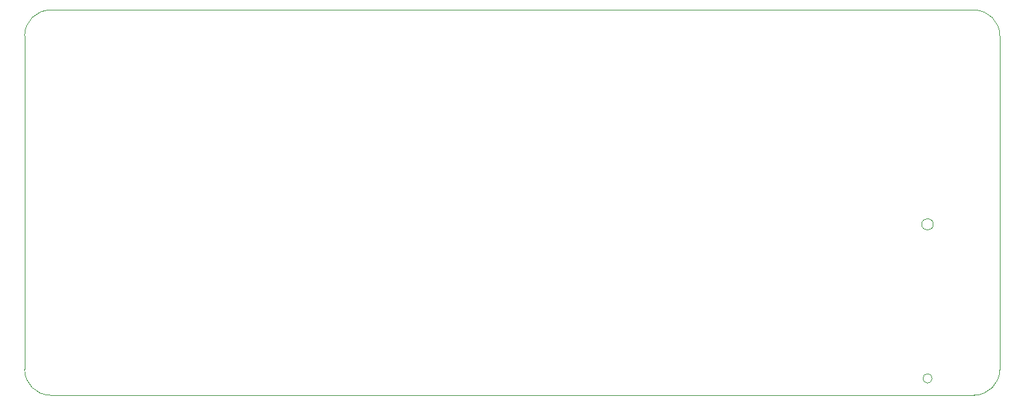
<source format=gm1>
G04 #@! TF.GenerationSoftware,KiCad,Pcbnew,8.0.0-rc1*
G04 #@! TF.CreationDate,2025-03-22T13:15:10+03:00*
G04 #@! TF.ProjectId,Movita_CM4_CT_Router_V1.0,4d6f7669-7461-45f4-934d-345f43545f52,REV1*
G04 #@! TF.SameCoordinates,Original*
G04 #@! TF.FileFunction,Profile,NP*
%FSLAX46Y46*%
G04 Gerber Fmt 4.6, Leading zero omitted, Abs format (unit mm)*
G04 Created by KiCad (PCBNEW 8.0.0-rc1) date 2025-03-22 13:15:10*
%MOMM*%
%LPD*%
G01*
G04 APERTURE LIST*
G04 #@! TA.AperFunction,Profile*
%ADD10C,0.050000*%
G04 #@! TD*
G04 APERTURE END LIST*
D10*
X109173767Y-85834191D02*
G75*
G02*
X112513767Y-82494167I3340033J-9D01*
G01*
X112513767Y-132494190D02*
X232433561Y-132494104D01*
X232443644Y-82494186D02*
X112513767Y-82494190D01*
X112513767Y-132494190D02*
G75*
G02*
X109173810Y-129154190I33J3339990D01*
G01*
X109173767Y-85834191D02*
X109173766Y-129154190D01*
X232443644Y-82494187D02*
G75*
G02*
X235773713Y-85834185I-4944J-3335013D01*
G01*
X235773560Y-129164089D02*
X235773659Y-85834185D01*
X235773559Y-129164089D02*
G75*
G02*
X232433561Y-132494059I-3334959J4989D01*
G01*
X227133767Y-110314190D02*
G75*
G02*
X225633767Y-110314190I-750000J0D01*
G01*
X225633767Y-110314190D02*
G75*
G02*
X227133767Y-110314190I750000J0D01*
G01*
X226983767Y-130314190D02*
G75*
G02*
X225783767Y-130314190I-600000J0D01*
G01*
X225783767Y-130314190D02*
G75*
G02*
X226983767Y-130314190I600000J0D01*
G01*
M02*

</source>
